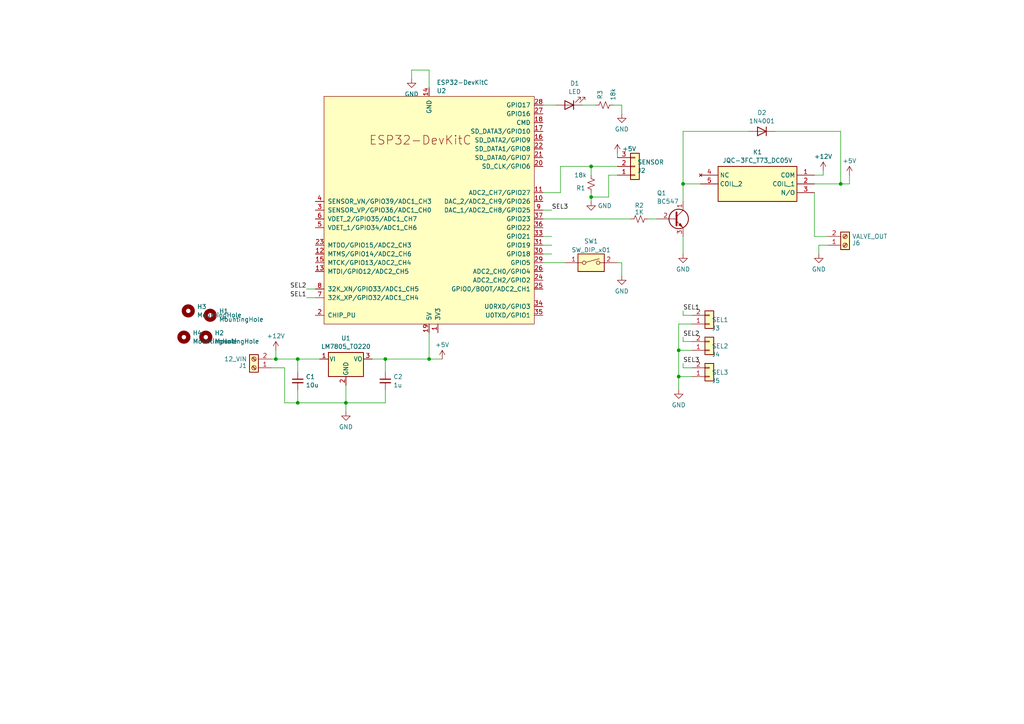
<source format=kicad_sch>
(kicad_sch (version 20230121) (generator eeschema)
  (paper "A4")
  (lib_symbols
    (symbol "Connector:Screw_Terminal_01x02" (pin_names (offset 1.016) hide)
      (property "Reference" "J" (at 0 2.54 0))
      (property "Value" "Screw_Terminal_01x02" (at 0 -5.08 0))
      (symbol "Screw_Terminal_01x02_1_1"
        (rectangle (start -1.27 1.27) (end 1.27 -3.81) (stroke (width 0.254)) (fill (type background)))
        (circle (center 0 -2.54) (radius 0.635) (stroke (width 0.1524)))
        (polyline (pts (xy -0.5334 -2.2098) (xy 0.3302 -3.048)) (stroke (width 0.1524)))
        (polyline (pts (xy -0.5334 0.3302) (xy 0.3302 -0.508)) (stroke (width 0.1524)))
        (polyline (pts (xy -0.3556 -2.032) (xy 0.508 -2.8702)) (stroke (width 0.1524)))
        (polyline (pts (xy -0.3556 0.508) (xy 0.508 -0.3302)) (stroke (width 0.1524)))
        (circle (center 0 0) (radius 0.635) (stroke (width 0.1524)))
        (pin passive line (at -5.08 0 0) (length 3.81) (name "Pin_1") (number "1"))
        (pin passive line (at -5.08 -2.54 0) (length 3.81) (name "Pin_2") (number "2"))
      )
    )
    (symbol "Connector_Generic:Conn_01x02" (pin_names (offset 1.016) hide)
      (property "Reference" "J" (at 0 2.54 0))
      (property "Value" "Conn_01x02" (at 0 -5.08 0))
      (symbol "Conn_01x02_1_1"
        (rectangle (start -1.27 -2.413) (end 0 -2.667) (stroke (width 0.1524)))
        (rectangle (start -1.27 0.127) (end 0 -0.127) (stroke (width 0.1524)))
        (rectangle (start -1.27 1.27) (end 1.27 -3.81) (stroke (width 0.254)) (fill (type background)))
        (pin passive line (at -5.08 0 0) (length 3.81) (name "Pin_1") (number "1"))
        (pin passive line (at -5.08 -2.54 0) (length 3.81) (name "Pin_2") (number "2"))
      )
    )
    (symbol "Connector_Generic:Conn_01x03" (pin_names (offset 1.016) hide)
      (property "Reference" "J" (at 0 5.08 0))
      (property "Value" "Conn_01x03" (at 0 -5.08 0))
      (symbol "Conn_01x03_1_1"
        (rectangle (start -1.27 -2.413) (end 0 -2.667) (stroke (width 0.1524)))
        (rectangle (start -1.27 0.127) (end 0 -0.127) (stroke (width 0.1524)))
        (rectangle (start -1.27 2.667) (end 0 2.413) (stroke (width 0.1524)))
        (rectangle (start -1.27 3.81) (end 1.27 -3.81) (stroke (width 0.254)) (fill (type background)))
        (pin passive line (at -5.08 2.54 0) (length 3.81) (name "Pin_1") (number "1"))
        (pin passive line (at -5.08 0 0) (length 3.81) (name "Pin_2") (number "2"))
        (pin passive line (at -5.08 -2.54 0) (length 3.81) (name "Pin_3") (number "3"))
      )
    )
    (symbol "Device:C_Small" (pin_numbers hide) (pin_names (offset 0.254) hide)
      (property "Reference" "C" (at 0.254 1.778 0))
      (property "Value" "C_Small" (at 0.254 -2.032 0))
      (symbol "C_Small_0_1"
        (polyline (pts (xy -1.524 -0.508) (xy 1.524 -0.508)) (stroke (width 0.3302)))
        (polyline (pts (xy -1.524 0.508) (xy 1.524 0.508)) (stroke (width 0.3048)))
      )
      (symbol "C_Small_1_1"
        (pin passive line (at 0 2.54 270) (length 2.032) (name "~") (number "1"))
        (pin passive line (at 0 -2.54 90) (length 2.032) (name "~") (number "2"))
      )
    )
    (symbol "Device:LED" (pin_numbers hide) (pin_names (offset 1.016) hide)
      (property "Reference" "D" (at 0 2.54 0))
      (property "Value" "LED" (at 0 -2.54 0))
      (symbol "LED_0_1"
        (polyline (pts (xy -1.27 -1.27) (xy -1.27 1.27)) (stroke (width 0.254)))
        (polyline (pts (xy -1.27 0) (xy 1.27 0)))
        (polyline (pts (xy 1.27 -1.27) (xy 1.27 1.27) (xy -1.27 0) (xy 1.27 -1.27)) (stroke (width 0.254)))
        (polyline (pts (xy -3.048 -0.762) (xy -4.572 -2.286) (xy -3.81 -2.286) (xy -4.572 -2.286) (xy -4.572 -1.524)))
        (polyline (pts (xy -1.778 -0.762) (xy -3.302 -2.286) (xy -2.54 -2.286) (xy -3.302 -2.286) (xy -3.302 -1.524)))
      )
      (symbol "LED_1_1"
        (pin passive line (at -3.81 0 0) (length 2.54) (name "K") (number "1"))
        (pin passive line (at 3.81 0 180) (length 2.54) (name "A") (number "2"))
      )
    )
    (symbol "Device:R_Small_US" (pin_numbers hide) (pin_names (offset 0.254) hide)
      (property "Reference" "R" (at 0.762 0.508 0))
      (property "Value" "R_Small_US" (at 0.762 -1.016 0))
      (symbol "R_Small_US_1_1"
        (polyline (pts (xy 0 0) (xy 1.016 -0.381) (xy 0 -0.762) (xy -1.016 -1.143) (xy 0 -1.524)))
        (polyline (pts (xy 0 1.524) (xy 1.016 1.143) (xy 0 0.762) (xy -1.016 0.381) (xy 0 0)))
        (pin passive line (at 0 2.54 270) (length 1.016) (name "~") (number "1"))
        (pin passive line (at 0 -2.54 90) (length 1.016) (name "~") (number "2"))
      )
    )
    (symbol "Diode:1N4001" (pin_numbers hide) (pin_names hide)
      (property "Reference" "D" (at 0 2.54 0))
      (property "Value" "1N4001" (at 0 -2.54 0))
      (symbol "1N4001_0_1"
        (polyline (pts (xy -1.27 1.27) (xy -1.27 -1.27)) (stroke (width 0.254)))
        (polyline (pts (xy 1.27 0) (xy -1.27 0)))
        (polyline (pts (xy 1.27 1.27) (xy 1.27 -1.27) (xy -1.27 0) (xy 1.27 1.27)) (stroke (width 0.254)))
      )
      (symbol "1N4001_1_1"
        (pin passive line (at -3.81 0 0) (length 2.54) (name "K") (number "1"))
        (pin passive line (at 3.81 0 180) (length 2.54) (name "A") (number "2"))
      )
    )
    (symbol "JQC-3F-5V:JQC-3FC_T73_DC05V"
      (property "Reference" "K" (at 29.21 7.62 0))
      (property "Value" "JQC-3FC_T73_DC05V" (at 29.21 5.08 0))
      (symbol "JQC-3FC_T73_DC05V_1_1"
        (rectangle (start 5.08 2.54) (end 27.94 -7.62) (stroke (width 0.254)) (fill (type background)))
        (pin passive line (at 0 0 0) (length 5.08) (name "COM") (number "1"))
        (pin passive line (at 0 -2.54 0) (length 5.08) (name "COIL_1") (number "2"))
        (pin passive line (at 0 -5.08 0) (length 5.08) (name "N/O") (number "3"))
        (pin no_connect line (at 33.02 0 180) (length 5.08) (name "NC") (number "4"))
        (pin passive line (at 33.02 -2.54 180) (length 5.08) (name "COIL_2") (number "5"))
      )
    )
    (symbol "Mechanical:MountingHole" (pin_names (offset 1.016))
      (property "Reference" "H" (at 0 5.08 0))
      (property "Value" "MountingHole" (at 0 3.175 0))
      (symbol "MountingHole_0_1"
        (circle (center 0 0) (radius 1.27) (stroke (width 1.27)))
      )
    )
    (symbol "PCM_Espressif:ESP32-DevKitC" (pin_names (offset 1.016))
      (property "Reference" "U" (at -30.48 38.1 0))
      (property "Value" "ESP32-DevKitC" (at -30.48 35.56 0))
      (symbol "ESP32-DevKitC_0_0"
        (text "ESP32-DevKitC" (at -2.54 -20.32 0) (effects (font (size 2.54 2.54))))
        (pin power_in line (at 0 -35.56 90) (length 2.54) (name "GND") (number "14"))
        (pin power_in line (at 0 35.56 270) (length 2.54) (name "5V") (number "19"))
      )
      (symbol "ESP32-DevKitC_0_1"
        (rectangle (start -30.48 33.02) (end 30.48 -33.02) (fill (type background)))
      )
      (symbol "ESP32-DevKitC_1_1"
        (pin power_in line (at 2.54 35.56 270) (length 2.54) (name "3V3") (number "1"))
        (pin bidirectional line (at 33.02 -2.54 180) (length 2.54) (name "DAC_2/ADC2_CH9/GPIO26") (number "10"))
        (pin bidirectional line (at 33.02 -5.08 180) (length 2.54) (name "ADC2_CH7/GPIO27") (number "11"))
        (pin bidirectional line (at -33.02 12.7 0) (length 2.54) (name "MTMS/GPIO14/ADC2_CH6") (number "12"))
        (pin bidirectional line (at -33.02 17.78 0) (length 2.54) (name "MTDI/GPIO12/ADC2_CH5") (number "13"))
        (pin bidirectional line (at -33.02 15.24 0) (length 2.54) (name "MTCK/GPIO13/ADC2_CH4") (number "15"))
        (pin bidirectional line (at 33.02 -20.32 180) (length 2.54) (name "SD_DATA2/GPIO9") (number "16"))
        (pin bidirectional line (at 33.02 -22.86 180) (length 2.54) (name "SD_DATA3/GPIO10") (number "17"))
        (pin bidirectional line (at 33.02 -25.4 180) (length 2.54) (name "CMD") (number "18"))
        (pin input line (at -33.02 30.48 0) (length 2.54) (name "CHIP_PU") (number "2"))
        (pin bidirectional line (at 33.02 -12.7 180) (length 2.54) (name "SD_CLK/GPIO6") (number "20"))
        (pin bidirectional line (at 33.02 -15.24 180) (length 2.54) (name "SD_DATA0/GPIO7") (number "21"))
        (pin bidirectional line (at 33.02 -17.78 180) (length 2.54) (name "SD_DATA1/GPIO8") (number "22"))
        (pin bidirectional line (at -33.02 10.16 0) (length 2.54) (name "MTDO/GPIO15/ADC2_CH3") (number "23"))
        (pin bidirectional line (at 33.02 20.32 180) (length 2.54) (name "ADC2_CH2/GPIO2") (number "24"))
        (pin bidirectional line (at 33.02 22.86 180) (length 2.54) (name "GPIO0/BOOT/ADC2_CH1") (number "25"))
        (pin bidirectional line (at 33.02 17.78 180) (length 2.54) (name "ADC2_CH0/GPIO4") (number "26"))
        (pin bidirectional line (at 33.02 -27.94 180) (length 2.54) (name "GPIO16") (number "27"))
        (pin bidirectional line (at 33.02 -30.48 180) (length 2.54) (name "GPIO17") (number "28"))
        (pin bidirectional line (at 33.02 15.24 180) (length 2.54) (name "GPIO5") (number "29"))
        (pin input line (at -33.02 0 0) (length 2.54) (name "SENSOR_VP/GPIO36/ADC1_CH0") (number "3"))
        (pin bidirectional line (at 33.02 12.7 180) (length 2.54) (name "GPIO18") (number "30"))
        (pin bidirectional line (at 33.02 10.16 180) (length 2.54) (name "GPIO19") (number "31"))
        (pin passive line (at 0 -35.56 90) (length 2.54) hide (name "GND") (number "32"))
        (pin bidirectional line (at 33.02 7.62 180) (length 2.54) (name "GPIO21") (number "33"))
        (pin bidirectional line (at 33.02 27.94 180) (length 2.54) (name "U0RXD/GPIO3") (number "34"))
        (pin bidirectional line (at 33.02 30.48 180) (length 2.54) (name "U0TXD/GPIO1") (number "35"))
        (pin bidirectional line (at 33.02 5.08 180) (length 2.54) (name "GPIO22") (number "36"))
        (pin bidirectional line (at 33.02 2.54 180) (length 2.54) (name "GPIO23") (number "37"))
        (pin passive line (at 0 -35.56 90) (length 2.54) hide (name "GND") (number "38"))
        (pin input line (at -33.02 -2.54 0) (length 2.54) (name "SENSOR_VN/GPIO39/ADC1_CH3") (number "4"))
        (pin input line (at -33.02 5.08 0) (length 2.54) (name "VDET_1/GPIO34/ADC1_CH6") (number "5"))
        (pin input line (at -33.02 2.54 0) (length 2.54) (name "VDET_2/GPIO35/ADC1_CH7") (number "6"))
        (pin bidirectional line (at -33.02 25.4 0) (length 2.54) (name "32K_XP/GPIO32/ADC1_CH4") (number "7"))
        (pin bidirectional line (at -33.02 22.86 0) (length 2.54) (name "32K_XN/GPIO33/ADC1_CH5") (number "8"))
        (pin bidirectional line (at 33.02 0 180) (length 2.54) (name "DAC_1/ADC2_CH8/GPIO25") (number "9"))
      )
    )
    (symbol "Regulator_Linear:LM7805_TO220" (pin_names (offset 0.254))
      (property "Reference" "U" (at -3.81 3.175 0))
      (property "Value" "LM7805_TO220" (at 0 3.175 0))
      (symbol "LM7805_TO220_0_1"
        (rectangle (start -5.08 1.905) (end 5.08 -5.08) (stroke (width 0.254)) (fill (type background)))
      )
      (symbol "LM7805_TO220_1_1"
        (pin power_in line (at -7.62 0 0) (length 2.54) (name "VI") (number "1"))
        (pin power_in line (at 0 -7.62 90) (length 2.54) (name "GND") (number "2"))
        (pin power_out line (at 7.62 0 180) (length 2.54) (name "VO") (number "3"))
      )
    )
    (symbol "Switch:SW_DIP_x01" (pin_names (offset 0) hide)
      (property "Reference" "SW" (at 0 3.81 0))
      (property "Value" "SW_DIP_x01" (at 0 -3.81 0))
      (symbol "SW_DIP_x01_0_0"
        (circle (center -2.032 0) (radius 0.508))
        (polyline (pts (xy -1.524 0.127) (xy 2.3622 1.1684)))
        (circle (center 2.032 0) (radius 0.508))
      )
      (symbol "SW_DIP_x01_0_1"
        (rectangle (start -3.81 2.54) (end 3.81 -2.54) (stroke (width 0.254)) (fill (type background)))
      )
      (symbol "SW_DIP_x01_1_1"
        (pin passive line (at -7.62 0 0) (length 5.08) (name "~") (number "1"))
        (pin passive line (at 7.62 0 180) (length 5.08) (name "~") (number "2"))
      )
    )
    (symbol "Transistor_BJT:BC547" (pin_names (offset 0) hide)
      (property "Reference" "Q" (at 5.08 1.905 0))
      (property "Value" "BC547" (at 5.08 0 0))
      (symbol "BC547_0_1"
        (polyline (pts (xy 0 0) (xy 0.635 0)))
        (polyline (pts (xy 0.635 0.635) (xy 2.54 2.54)))
        (polyline (pts (xy 0.635 -0.635) (xy 2.54 -2.54) (xy 2.54 -2.54)))
        (polyline (pts (xy 0.635 1.905) (xy 0.635 -1.905) (xy 0.635 -1.905)) (stroke (width 0.508)))
        (polyline (pts (xy 1.27 -1.778) (xy 1.778 -1.27) (xy 2.286 -2.286) (xy 1.27 -1.778) (xy 1.27 -1.778)) (fill (type outline)))
        (circle (center 1.27 0) (radius 2.8194) (stroke (width 0.254)))
      )
      (symbol "BC547_1_1"
        (pin passive line (at 2.54 5.08 270) (length 2.54) (name "C") (number "1"))
        (pin input line (at -5.08 0 0) (length 5.08) (name "B") (number "2"))
        (pin passive line (at 2.54 -5.08 90) (length 2.54) (name "E") (number "3"))
      )
    )
    (symbol "power:+12V" (power) (pin_names (offset 0))
      (property "Value" "+12V" (at 0 3.556 0))
      (symbol "+12V_0_1"
        (polyline (pts (xy -0.762 1.27) (xy 0 2.54)))
        (polyline (pts (xy 0 0) (xy 0 2.54)))
        (polyline (pts (xy 0 2.54) (xy 0.762 1.27)))
      )
      (symbol "+12V_1_1"
        (pin power_in line (at 0 0 90) (length 0) hide (name "+12V") (number "1"))
      )
    )
    (symbol "power:+5V" (power) (pin_names (offset 0))
      (property "Value" "+5V" (at 0 3.556 0))
      (symbol "+5V_0_1"
        (polyline (pts (xy -0.762 1.27) (xy 0 2.54)))
        (polyline (pts (xy 0 0) (xy 0 2.54)))
        (polyline (pts (xy 0 2.54) (xy 0.762 1.27)))
      )
      (symbol "+5V_1_1"
        (pin power_in line (at 0 0 90) (length 0) hide (name "+5V") (number "1"))
      )
    )
    (symbol "power:GND" (power) (pin_names (offset 0))
      (property "Value" "GND" (at 0 -3.81 0))
      (symbol "GND_0_1"
        (polyline (pts (xy 0 0) (xy 0 -1.27) (xy 1.27 -1.27) (xy 0 -2.54) (xy -1.27 -1.27) (xy 0 -1.27)))
      )
      (symbol "GND_1_1"
        (pin power_in line (at 0 0 270) (length 0) hide (name "GND") (number "1"))
      )
    )
  )
  (junction (at 171.45 57.15))
  (junction (at 111.76 104.14))
  (junction (at 100.33 116.84))
  (junction (at 124.46 104.14))
  (junction (at 243.84 53.34))
  (junction (at 171.45 48.26))
  (junction (at 196.85 101.6))
  (junction (at 86.36 116.84))
  (junction (at 86.36 104.14))
  (junction (at 196.85 109.22))
  (junction (at 80.01 104.14))
  (junction (at 198.12 53.34))
  (wire (pts (xy 217.17 38.1) (xy 198.12 38.1)))
  (wire (pts (xy 88.9 86.36) (xy 91.44 86.36)))
  (wire (pts (xy 100.33 116.84) (xy 100.33 119.38)))
  (wire (pts (xy 78.74 104.14) (xy 80.01 104.14)))
  (wire (pts (xy 198.12 38.1) (xy 198.12 53.34)))
  (wire (pts (xy 180.34 80.01) (xy 180.34 76.2)))
  (wire (pts (xy 224.79 38.1) (xy 243.84 38.1)))
  (wire (pts (xy 196.85 109.22) (xy 200.66 109.22)))
  (wire (pts (xy 86.36 104.14) (xy 92.71 104.14)))
  (wire (pts (xy 124.46 104.14) (xy 124.46 96.52)))
  (wire (pts (xy 119.38 20.32) (xy 124.46 20.32)))
  (wire (pts (xy 246.38 50.8) (xy 246.38 53.34)))
  (wire (pts (xy 86.36 116.84) (xy 100.33 116.84)))
  (wire (pts (xy 124.46 104.14) (xy 128.27 104.14)))
  (wire (pts (xy 196.85 101.6) (xy 196.85 93.98)))
  (wire (pts (xy 180.34 76.2) (xy 179.07 76.2)))
  (wire (pts (xy 243.84 53.34) (xy 246.38 53.34)))
  (wire (pts (xy 198.12 53.34) (xy 198.12 58.42)))
  (wire (pts (xy 176.53 57.15) (xy 171.45 57.15)))
  (wire (pts (xy 198.12 106.68) (xy 200.66 106.68)))
  (wire (pts (xy 82.55 106.68) (xy 82.55 116.84)))
  (wire (pts (xy 198.12 91.44) (xy 200.66 91.44)))
  (wire (pts (xy 157.48 71.12) (xy 160.02 71.12)))
  (wire (pts (xy 196.85 101.6) (xy 200.66 101.6)))
  (wire (pts (xy 171.45 57.15) (xy 171.45 58.42)))
  (wire (pts (xy 236.22 55.88) (xy 236.22 68.58)))
  (wire (pts (xy 86.36 104.14) (xy 86.36 107.95)))
  (wire (pts (xy 198.12 99.06) (xy 200.66 99.06)))
  (wire (pts (xy 160.02 73.66) (xy 157.48 73.66)))
  (wire (pts (xy 236.22 53.34) (xy 243.84 53.34)))
  (wire (pts (xy 179.07 50.8) (xy 176.53 50.8)))
  (wire (pts (xy 82.55 116.84) (xy 86.36 116.84)))
  (wire (pts (xy 157.48 30.48) (xy 161.29 30.48)))
  (wire (pts (xy 80.01 104.14) (xy 86.36 104.14)))
  (wire (pts (xy 107.95 104.14) (xy 111.76 104.14)))
  (wire (pts (xy 80.01 101.6) (xy 80.01 104.14)))
  (wire (pts (xy 176.53 50.8) (xy 176.53 57.15)))
  (wire (pts (xy 198.12 90.17) (xy 198.12 91.44)))
  (wire (pts (xy 180.34 30.48) (xy 180.34 33.02)))
  (wire (pts (xy 157.48 55.88) (xy 162.56 55.88)))
  (wire (pts (xy 196.85 93.98) (xy 200.66 93.98)))
  (wire (pts (xy 237.49 71.12) (xy 240.03 71.12)))
  (wire (pts (xy 157.48 68.58) (xy 160.02 68.58)))
  (wire (pts (xy 238.76 50.8) (xy 236.22 50.8)))
  (wire (pts (xy 168.91 30.48) (xy 172.72 30.48)))
  (wire (pts (xy 162.56 55.88) (xy 162.56 48.26)))
  (wire (pts (xy 171.45 55.88) (xy 171.45 57.15)))
  (wire (pts (xy 119.38 20.32) (xy 119.38 22.86)))
  (wire (pts (xy 198.12 97.79) (xy 198.12 99.06)))
  (wire (pts (xy 86.36 113.03) (xy 86.36 116.84)))
  (wire (pts (xy 157.48 60.96) (xy 160.02 60.96)))
  (wire (pts (xy 236.22 68.58) (xy 240.03 68.58)))
  (wire (pts (xy 196.85 113.03) (xy 196.85 109.22)))
  (wire (pts (xy 111.76 107.95) (xy 111.76 104.14)))
  (wire (pts (xy 124.46 20.32) (xy 124.46 25.4)))
  (wire (pts (xy 237.49 73.66) (xy 237.49 71.12)))
  (wire (pts (xy 198.12 105.41) (xy 198.12 106.68)))
  (wire (pts (xy 187.96 63.5) (xy 190.5 63.5)))
  (wire (pts (xy 198.12 53.34) (xy 203.2 53.34)))
  (wire (pts (xy 111.76 104.14) (xy 124.46 104.14)))
  (wire (pts (xy 198.12 68.58) (xy 198.12 73.66)))
  (wire (pts (xy 180.34 30.48) (xy 177.8 30.48)))
  (wire (pts (xy 243.84 38.1) (xy 243.84 53.34)))
  (wire (pts (xy 163.83 76.2) (xy 157.48 76.2)))
  (wire (pts (xy 162.56 48.26) (xy 171.45 48.26)))
  (wire (pts (xy 78.74 106.68) (xy 82.55 106.68)))
  (wire (pts (xy 157.48 63.5) (xy 182.88 63.5)))
  (wire (pts (xy 238.76 49.53) (xy 238.76 50.8)))
  (wire (pts (xy 88.9 83.82) (xy 91.44 83.82)))
  (wire (pts (xy 179.07 48.26) (xy 171.45 48.26)))
  (wire (pts (xy 111.76 116.84) (xy 100.33 116.84)))
  (wire (pts (xy 179.07 44.45) (xy 179.07 45.72)))
  (wire (pts (xy 100.33 111.76) (xy 100.33 116.84)))
  (wire (pts (xy 111.76 113.03) (xy 111.76 116.84)))
  (wire (pts (xy 196.85 109.22) (xy 196.85 101.6)))
  (wire (pts (xy 171.45 50.8) (xy 171.45 48.26)))
  (label "SEL1" (at 88.9 86.36 180))
  (label "SEL2" (at 88.9 83.82 180))
  (label "SEL1" (at 198.12 90.17 0))
  (label "SEL3" (at 160.02 60.96 0))
  (label "SEL2" (at 198.12 97.79 0))
  (label "SEL3" (at 198.12 105.41 0))
  (symbol (lib_id "power:GND") (at 180.34 33.02 0) (unit 1)
    (property "Reference" "#PWR06" (effects hide))
    (property "Value" "GND" (at 180.34 37.4634 0))
  )
  (symbol (lib_id "Connector_Generic:Conn_01x02") (at 205.74 93.98 0) (mirror x) (unit 1)
    (property "Reference" "J3" (at 206.4512 95.1921 0) (effects (justify left)))
    (property "Value" "SEL1" (at 206.4512 92.7679 0) (effects (justify left)))
    (property "Footprint" "Connector_JST:JST_EH_B2B-EH-A_1x02_P2.50mm_Vertical" (effects hide))
  )
  (symbol (lib_id "Mechanical:MountingHole") (at 53.34 97.79 0) (unit 1)
    (property "Reference" "H4" (at 55.88 96.5779 0) (effects (justify left)))
    (property "Value" "MountingHole" (at 55.88 99.0021 0) (effects (justify left)))
    (property "Footprint" "MountingHole:MountingHole_5mm" (effects hide))
  )
  (symbol (lib_id "power:GND") (at 119.38 22.86 0) (unit 1)
    (property "Reference" "#PWR05" (effects hide))
    (property "Value" "GND" (at 119.38 27.3034 0))
  )
  (symbol (lib_id "Mechanical:MountingHole") (at 54.61 90.17 0) (unit 1)
    (property "Reference" "H3" (at 57.15 88.9579 0) (effects (justify left)))
    (property "Value" "MountingHole" (at 57.15 91.3821 0) (effects (justify left)))
    (property "Footprint" "MountingHole:MountingHole_5mm" (effects hide))
  )
  (symbol (lib_id "Transistor_BJT:BC547") (at 195.58 63.5 0) (unit 1)
    (property "Reference" "Q1" (at 190.5 55.9958 0) (effects (justify left)))
    (property "Value" "BC547" (at 190.5 58.42 0) (effects (justify left)))
    (property "Footprint" "Package_TO_SOT_THT:TO-92_Inline" (effects hide))
    (property "Datasheet" "https://www.onsemi.com/pub/Collateral/BC550-D.pdf" (effects hide))
  )
  (symbol (lib_id "power:GND") (at 198.12 73.66 0) (unit 1)
    (property "Reference" "#PWR08" (effects hide))
    (property "Value" "GND" (at 198.12 78.1034 0))
  )
  (symbol (lib_id "power:GND") (at 237.49 73.66 0) (unit 1)
    (property "Reference" "#PWR011" (effects hide))
    (property "Value" "GND" (at 237.49 78.1034 0))
  )
  (symbol (lib_id "power:+12V") (at 238.76 49.53 0) (unit 1)
    (property "Reference" "#PWR09" (effects hide))
    (property "Value" "+12V" (at 238.76 45.3969 0))
  )
  (symbol (lib_id "Device:R_Small_US") (at 185.42 63.5 90) (unit 1)
    (property "Reference" "R2" (at 185.42 59.6011 90))
    (property "Value" "1K" (at 185.42 61.5221 90))
    (property "Footprint" "Resistor_THT:R_Axial_DIN0207_L6.3mm_D2.5mm_P7.62mm_Horizontal" (effects hide))
  )
  (symbol (lib_id "power:+5V") (at 128.27 104.14 0) (unit 1)
    (property "Reference" "#PWR013" (effects hide))
    (property "Value" "+5V" (at 128.27 100.0069 0))
  )
  (symbol (lib_id "Device:LED") (at 165.1 30.48 180) (unit 1)
    (property "Reference" "D1" (at 166.6875 24.1767 0))
    (property "Value" "LED" (at 166.6875 26.6009 0))
    (property "Footprint" "LED_THT:LED_D3.0mm" (effects hide))
  )
  (symbol (lib_id "Connector:Screw_Terminal_01x02") (at 245.11 71.12 0) (mirror x) (unit 1)
    (property "Reference" "J6" (at 247.142 70.4937 0) (effects (justify left)))
    (property "Value" "VALVE_OUT" (at 247.142 68.5727 0) (effects (justify left)))
    (property "Footprint" "KF301_2P:KF3012P" (effects hide))
    (property "Sim.Enable" "0" (effects hide))
  )
  (symbol (lib_id "Connector_Generic:Conn_01x02") (at 205.74 109.22 0) (mirror x) (unit 1)
    (property "Reference" "J5" (at 206.4512 110.4321 0) (effects (justify left)))
    (property "Value" "SEL3" (at 206.4512 108.0079 0) (effects (justify left)))
    (property "Footprint" "Connector_JST:JST_EH_B2B-EH-A_1x02_P2.50mm_Vertical" (effects hide))
  )
  (symbol (lib_id "JQC-3F-5V:JQC-3FC_T73_DC05V") (at 236.22 50.8 0) (mirror y) (unit 1)
    (property "Reference" "K1" (at 219.71 44.1157 0))
    (property "Value" "JQC-3FC_T73_DC05V" (at 219.71 46.5399 0))
    (property "Footprint" "JQC-3FC_T73_DC05V:JQC3FCT73DC05V" (effects hide))
    (property "Datasheet" "http://www.sunshinele.com/htm/pcb-relay.htmdsfred" (effects hide))
    (property "Height" "15.5" (effects hide))
    (property "Manufacturer_Name" "YUEQING HENGWEI ELECTRONICS CO.,LTD" (effects hide))
    (property "Manufacturer_Part_Number" "JQC-3FC(T73)DC05V" (effects hide))
  )
  (symbol (lib_id "power:+5V") (at 179.07 44.45 0) (unit 1)
    (property "Reference" "#PWR03" (effects hide))
    (property "Value" "+5V" (at 180.467 43.18 0) (effects (justify left)))
  )
  (symbol (lib_id "PCM_Espressif:ESP32-DevKitC") (at 124.46 60.96 0) (mirror x) (unit 1)
    (property "Reference" "U2" (at 126.6541 26.3469 0) (effects (justify left)))
    (property "Value" "ESP32-DevKitC" (at 126.6541 23.9227 0) (effects (justify left)))
    (property "Footprint" "PCM_Espressif:ESP32-DevKitC" (effects hide))
    (property "Datasheet" "https://docs.espressif.com/projects/esp-idf/zh_CN/latest/esp32/hw-reference/esp32/get-started-devkitc.html" (effects hide))
  )
  (symbol (lib_id "power:+5V") (at 246.38 50.8 0) (unit 1)
    (property "Reference" "#PWR012" (effects hide))
    (property "Value" "+5V" (at 246.38 46.6669 0))
  )
  (symbol (lib_id "Regulator_Linear:LM7805_TO220") (at 100.33 104.14 0) (unit 1)
    (property "Reference" "U1" (at 100.33 98.0907 0))
    (property "Value" "LM7805_TO220" (at 100.33 100.5149 0))
    (property "Footprint" "Package_TO_SOT_THT:TO-220-3_Vertical" (effects hide))
    (property "Datasheet" "https://www.onsemi.cn/PowerSolutions/document/MC7800-D.PDF" (effects hide))
  )
  (symbol (lib_id "Connector_Generic:Conn_01x03") (at 184.15 48.26 0) (mirror x) (unit 1)
    (property "Reference" "J2" (at 184.8612 49.4721 0) (effects (justify left)))
    (property "Value" "SENSOR" (at 184.8612 47.0479 0) (effects (justify left)))
    (property "Footprint" "Connector_JST:JST_EH_B3B-EH-A_1x03_P2.50mm_Vertical" (effects hide))
  )
  (symbol (lib_id "Mechanical:MountingHole") (at 60.96 91.44 0) (unit 1)
    (property "Reference" "H1" (at 63.5 90.2279 0) (effects (justify left)))
    (property "Value" "MountingHole" (at 63.5 92.6521 0) (effects (justify left)))
    (property "Footprint" "MountingHole:MountingHole_5mm" (effects hide))
  )
  (symbol (lib_id "Switch:SW_DIP_x01") (at 171.45 76.2 0) (unit 1)
    (property "Reference" "SW1" (at 171.45 69.9602 0))
    (property "Value" "SW_DIP_x01" (at 171.45 72.4971 0))
    (property "Footprint" "Button_Switch_THT:SW_PUSH_6mm_H8mm" (effects hide))
  )
  (symbol (lib_id "Device:C_Small") (at 111.76 110.49 0) (unit 1)
    (property "Reference" "C2" (at 114.0841 109.2842 0) (effects (justify left)))
    (property "Value" "1u" (at 114.0841 111.7084 0) (effects (justify left)))
    (property "Footprint" "Capacitor_THT:C_Radial_D5.0mm_H11.0mm_P2.00mm" (effects hide))
  )
  (symbol (lib_id "power:+12V") (at 80.01 101.6 0) (unit 1)
    (property "Reference" "#PWR01" (effects hide))
    (property "Value" "+12V" (at 80.01 97.4669 0))
  )
  (symbol (lib_id "Mechanical:MountingHole") (at 59.69 97.79 0) (unit 1)
    (property "Reference" "H2" (at 62.23 96.5779 0) (effects (justify left)))
    (property "Value" "MountingHole" (at 62.23 99.0021 0) (effects (justify left)))
    (property "Footprint" "MountingHole:MountingHole_5mm" (effects hide))
  )
  (symbol (lib_id "power:GND") (at 180.34 80.01 0) (unit 1)
    (property "Reference" "#PWR07" (effects hide))
    (property "Value" "GND" (at 180.34 84.4534 0))
  )
  (symbol (lib_id "Device:C_Small") (at 86.36 110.49 0) (unit 1)
    (property "Reference" "C1" (at 88.6841 109.2842 0) (effects (justify left)))
    (property "Value" "10u" (at 88.6841 111.7084 0) (effects (justify left)))
    (property "Footprint" "Capacitor_THT:C_Radial_D6.3mm_H11.0mm_P2.50mm" (effects hide))
  )
  (symbol (lib_id "Diode:1N4001") (at 220.98 38.1 180) (unit 1)
    (property "Reference" "D2" (at 220.98 32.6857 0))
    (property "Value" "1N4001" (at 220.98 35.1099 0))
    (property "Footprint" "Diode_THT:D_DO-41_SOD81_P7.62mm_Horizontal" (effects hide))
    (property "Datasheet" "http://www.vishay.com/docs/88503/1n4001.pdf" (effects hide))
    (property "Sim.Device" "D" (effects hide))
    (property "Sim.Pins" "1=K 2=A" (effects hide))
  )
  (symbol (lib_id "Connector_Generic:Conn_01x02") (at 205.74 101.6 0) (mirror x) (unit 1)
    (property "Reference" "J4" (at 206.4512 102.8121 0) (effects (justify left)))
    (property "Value" "SEL2" (at 206.4512 100.3879 0) (effects (justify left)))
    (property "Footprint" "Connector_JST:JST_EH_B2B-EH-A_1x02_P2.50mm_Vertical" (effects hide))
  )
  (symbol (lib_id "power:GND") (at 196.85 113.03 0) (unit 1)
    (property "Reference" "#PWR010" (effects hide))
    (property "Value" "GND" (at 196.85 117.4734 0))
  )
  (symbol (lib_id "Device:R_Small_US") (at 171.45 53.34 0) (unit 1)
    (property "Reference" "R1" (at 169.799 54.5521 0) (effects (justify right)))
    (property "Value" "18k" (at 170.18 50.8 0) (effects (justify right)))
    (property "Footprint" "Resistor_THT:R_Axial_DIN0207_L6.3mm_D2.5mm_P7.62mm_Horizontal" (effects hide))
  )
  (symbol (lib_id "Connector:Screw_Terminal_01x02") (at 73.66 106.68 180) (unit 1)
    (property "Reference" "J1" (at 71.628 106.0537 0) (effects (justify left)))
    (property "Value" "12_VIN" (at 71.628 104.1327 0) (effects (justify left)))
    (property "Footprint" "KF301_2P:KF3012P" (effects hide))
    (property "Sim.Enable" "0" (effects hide))
  )
  (symbol (lib_id "power:GND") (at 100.33 119.38 0) (unit 1)
    (property "Reference" "#PWR02" (effects hide))
    (property "Value" "GND" (at 100.33 123.8234 0))
  )
  (symbol (lib_id "Device:R_Small_US") (at 175.26 30.48 270) (unit 1)
    (property "Reference" "R3" (at 174.0479 28.829 0) (effects (justify right)))
    (property "Value" "18k" (at 177.8 29.21 0) (effects (justify right)))
    (property "Footprint" "Resistor_THT:R_Axial_DIN0207_L6.3mm_D2.5mm_P7.62mm_Horizontal" (effects hide))
  )
  (symbol (lib_id "power:GND") (at 171.45 58.42 0) (mirror y) (unit 1)
    (property "Reference" "#PWR04" (effects hide))
    (property "Value" "GND" (at 173.355 59.69 0) (effects (justify right)))
  )
)
</source>
